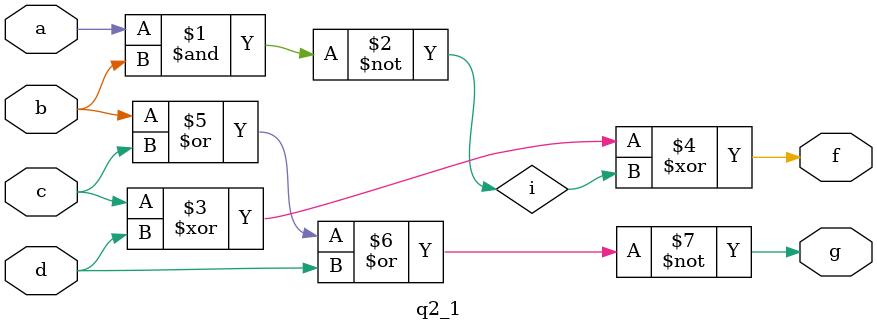
<source format=v>
module q2_1(a, b, c, d, f, g);

	input a, b, c, d;
	output f, g;
	
	nand (i, a, b);
	xor (f, c, d, i);
	nor (g, b, c, d);

endmodule

</source>
